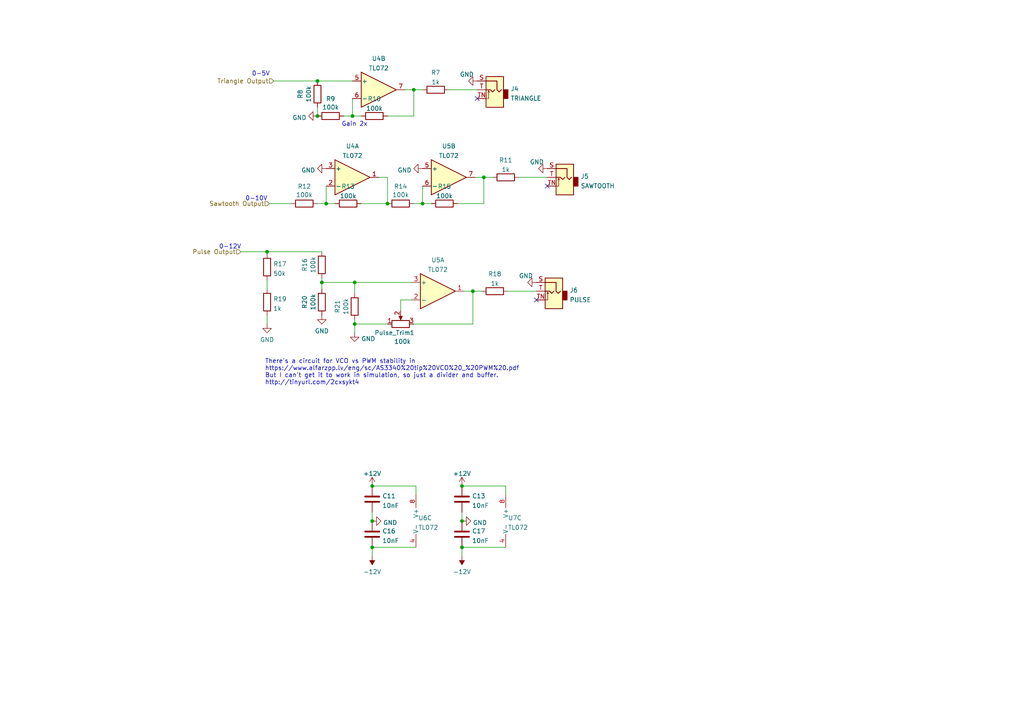
<source format=kicad_sch>
(kicad_sch (version 20211123) (generator eeschema)
  (paper "A4")
  (title_block (title "3340_VCO") (date "2022-07-02") (rev "0.1") (company "RobotDialogs"))
  (lib_symbols
    (symbol "Amplifier_Operational:TL072" (pin_names (offset 0.127))
      (property "Reference" "U" (at 0 5.08 0))
      (property "Value" "TL072" (at 0 -5.08 0))
      (symbol "TL072_1_1"
        (polyline (pts (xy -5.08 5.08) (xy 5.08 0) (xy -5.08 -5.08) (xy -5.08 5.08)) (stroke (width 0.254)) (fill (type background)))
        (pin output line (at 7.62 0 180) (length 2.54) (name "~") (number "1"))
        (pin input line (at -7.62 -2.54 0) (length 2.54) (name "-") (number "2"))
        (pin input line (at -7.62 2.54 0) (length 2.54) (name "+") (number "3"))
      )
      (symbol "TL072_2_1"
        (polyline (pts (xy -5.08 5.08) (xy 5.08 0) (xy -5.08 -5.08) (xy -5.08 5.08)) (stroke (width 0.254)) (fill (type background)))
        (pin input line (at -7.62 2.54 0) (length 2.54) (name "+") (number "5"))
        (pin input line (at -7.62 -2.54 0) (length 2.54) (name "-") (number "6"))
        (pin output line (at 7.62 0 180) (length 2.54) (name "~") (number "7"))
      )
      (symbol "TL072_3_1"
        (pin power_in line (at -2.54 -7.62 90) (length 3.81) (name "V-") (number "4"))
        (pin power_in line (at -2.54 7.62 270) (length 3.81) (name "V+") (number "8"))
      )
    )
    (symbol "Connector:AudioJack2_SwitchT"
      (property "Reference" "J" (at 0 8.89 0))
      (property "Value" "AudioJack2_SwitchT" (at 0 6.35 0))
      (symbol "AudioJack2_SwitchT_0_1"
        (rectangle (start -2.54 0) (end -3.81 -2.54) (stroke (width 0.254)) (fill (type outline)))
        (polyline (pts (xy 1.778 -0.254) (xy 2.032 -0.762)))
        (polyline (pts (xy 0 0) (xy 0.635 -0.635) (xy 1.27 0) (xy 2.54 0)) (stroke (width 0.254)))
        (polyline (pts (xy 2.54 -2.54) (xy 1.778 -2.54) (xy 1.778 -0.254) (xy 1.524 -0.762)))
        (polyline (pts (xy 2.54 2.54) (xy -0.635 2.54) (xy -0.635 0) (xy -1.27 -0.635) (xy -1.905 0)) (stroke (width 0.254)))
        (rectangle (start 2.54 3.81) (end -2.54 -5.08) (stroke (width 0.254)) (fill (type background)))
      )
      (symbol "AudioJack2_SwitchT_1_1"
        (pin passive line (at 5.08 2.54 180) (length 2.54) (name "~") (number "S"))
        (pin passive line (at 5.08 0 180) (length 2.54) (name "~") (number "T"))
        (pin passive line (at 5.08 -2.54 180) (length 2.54) (name "~") (number "TN"))
      )
    )
    (symbol "Device:C" (pin_numbers hide) (pin_names (offset 0.254))
      (property "Reference" "C" (at 0.635 2.54 0))
      (property "Value" "C" (at 0.635 -2.54 0))
      (symbol "C_0_1"
        (polyline (pts (xy -2.032 -0.762) (xy 2.032 -0.762)) (stroke (width 0.508)))
        (polyline (pts (xy -2.032 0.762) (xy 2.032 0.762)) (stroke (width 0.508)))
      )
      (symbol "C_1_1"
        (pin passive line (at 0 3.81 270) (length 2.794) (name "~") (number "1"))
        (pin passive line (at 0 -3.81 90) (length 2.794) (name "~") (number "2"))
      )
    )
    (symbol "Device:R" (pin_numbers hide) (pin_names (offset 0))
      (property "Reference" "R" (at 2.032 0 90))
      (property "Value" "R" (at 0 0 90))
      (symbol "R_0_1"
        (rectangle (start -1.016 -2.54) (end 1.016 2.54) (stroke (width 0.254)))
      )
      (symbol "R_1_1"
        (pin passive line (at 0 3.81 270) (length 1.27) (name "~") (number "1"))
        (pin passive line (at 0 -3.81 90) (length 1.27) (name "~") (number "2"))
      )
    )
    (symbol "Device:R_Potentiometer" (pin_names (offset 1.016) hide)
      (property "Reference" "RV" (at -4.445 0 90))
      (property "Value" "R_Potentiometer" (at -2.54 0 90))
      (symbol "R_Potentiometer_0_1"
        (polyline (pts (xy 2.54 0) (xy 1.524 0)))
        (polyline (pts (xy 1.143 0) (xy 2.286 0.508) (xy 2.286 -0.508) (xy 1.143 0)) (fill (type outline)))
        (rectangle (start 1.016 2.54) (end -1.016 -2.54) (stroke (width 0.254)))
      )
      (symbol "R_Potentiometer_1_1"
        (pin passive line (at 0 3.81 270) (length 1.27) (name "1") (number "1"))
        (pin passive line (at 3.81 0 180) (length 1.27) (name "2") (number "2"))
        (pin passive line (at 0 -3.81 90) (length 1.27) (name "3") (number "3"))
      )
    )
    (symbol "power:+12V" (power) (pin_names (offset 0))
      (property "Value" "+12V" (at 0 3.556 0))
      (symbol "+12V_0_1"
        (polyline (pts (xy -0.762 1.27) (xy 0 2.54)))
        (polyline (pts (xy 0 0) (xy 0 2.54)))
        (polyline (pts (xy 0 2.54) (xy 0.762 1.27)))
      )
      (symbol "+12V_1_1"
        (pin power_in line (at 0 0 90) (length 0) hide (name "+12V") (number "1"))
      )
    )
    (symbol "power:-12V" (power) (pin_names (offset 0))
      (property "Value" "-12V" (at 0 3.81 0))
      (symbol "-12V_0_0"
        (pin power_in line (at 0 0 90) (length 0) hide (name "-12V") (number "1"))
      )
      (symbol "-12V_0_1"
        (polyline (pts (xy 0 0) (xy 0 1.27) (xy 0.762 1.27) (xy 0 2.54) (xy -0.762 1.27) (xy 0 1.27)) (fill (type outline)))
      )
    )
    (symbol "power:GND" (power) (pin_names (offset 0))
      (property "Value" "GND" (at 0 -3.81 0))
      (symbol "GND_0_1"
        (polyline (pts (xy 0 0) (xy 0 -1.27) (xy 1.27 -1.27) (xy 0 -2.54) (xy -1.27 -1.27) (xy 0 -1.27)))
      )
      (symbol "GND_1_1"
        (pin power_in line (at 0 0 270) (length 0) hide (name "GND") (number "1"))
      )
    )
  )
  (junction (at 120.015 26.035))
  (junction (at 93.345 81.915))
  (junction (at 92.075 33.655))
  (junction (at 107.95 140.97))
  (junction (at 77.47 73.025))
  (junction (at 107.95 151.13))
  (junction (at 94.615 59.055))
  (junction (at 102.87 93.98))
  (junction (at 133.985 140.97))
  (junction (at 133.985 151.13))
  (junction (at 112.395 59.055))
  (junction (at 122.555 59.055))
  (junction (at 102.87 81.915))
  (junction (at 137.16 84.455))
  (junction (at 107.95 158.75))
  (junction (at 92.075 23.495))
  (junction (at 102.235 33.655))
  (junction (at 133.985 158.75))
  (junction (at 140.335 51.435))
  (no_connect (at 155.575 86.995))
  (no_connect (at 138.43 28.575))
  (no_connect (at 158.75 53.975))
  (wire (pts (xy 147.32 84.455) (xy 155.575 84.455)))
  (wire (pts (xy 117.475 26.035) (xy 120.015 26.035)))
  (wire (pts (xy 120.015 33.655) (xy 120.015 26.035)))
  (wire (pts (xy 112.395 93.98) (xy 102.87 93.98)))
  (wire (pts (xy 119.38 86.995) (xy 116.205 86.995)))
  (wire (pts (xy 99.695 33.655) (xy 102.235 33.655)))
  (wire (pts (xy 132.715 59.055) (xy 140.335 59.055)))
  (wire (pts (xy 77.47 81.28) (xy 77.47 83.82)))
  (wire (pts (xy 120.015 26.035) (xy 122.555 26.035)))
  (wire (pts (xy 120.015 59.055) (xy 122.555 59.055)))
  (wire (pts (xy 130.175 26.035) (xy 138.43 26.035)))
  (wire (pts (xy 140.335 59.055) (xy 140.335 51.435)))
  (wire (pts (xy 116.205 86.995) (xy 116.205 90.17)))
  (wire (pts (xy 107.95 140.97) (xy 120.65 140.97)))
  (wire (pts (xy 79.375 23.495) (xy 92.075 23.495)))
  (wire (pts (xy 93.345 80.645) (xy 93.345 81.915)))
  (wire (pts (xy 107.95 158.75) (xy 120.65 158.75)))
  (wire (pts (xy 133.985 140.97) (xy 146.685 140.97)))
  (wire (pts (xy 146.685 140.97) (xy 146.685 143.51)))
  (wire (pts (xy 137.16 84.455) (xy 137.16 93.98)))
  (wire (pts (xy 102.235 33.655) (xy 104.775 33.655)))
  (wire (pts (xy 69.85 73.025) (xy 77.47 73.025)))
  (wire (pts (xy 94.615 59.055) (xy 97.155 59.055)))
  (wire (pts (xy 133.985 148.59) (xy 133.985 151.13)))
  (wire (pts (xy 112.395 33.655) (xy 120.015 33.655)))
  (wire (pts (xy 120.015 93.98) (xy 137.16 93.98)))
  (wire (pts (xy 94.615 53.975) (xy 94.615 59.055)))
  (wire (pts (xy 102.87 92.71) (xy 102.87 93.98)))
  (wire (pts (xy 133.985 158.75) (xy 146.685 158.75)))
  (wire (pts (xy 102.235 28.575) (xy 102.235 33.655)))
  (wire (pts (xy 137.16 84.455) (xy 139.7 84.455)))
  (wire (pts (xy 122.555 53.975) (xy 122.555 59.055)))
  (wire (pts (xy 150.495 51.435) (xy 158.75 51.435)))
  (wire (pts (xy 93.345 81.915) (xy 93.345 83.82)))
  (wire (pts (xy 92.075 59.055) (xy 94.615 59.055)))
  (wire (pts (xy 92.075 23.495) (xy 102.235 23.495)))
  (wire (pts (xy 77.47 73.025) (xy 93.345 73.025)))
  (wire (pts (xy 140.335 51.435) (xy 142.875 51.435)))
  (wire (pts (xy 107.95 158.75) (xy 107.95 161.29)))
  (wire (pts (xy 77.47 73.025) (xy 77.47 73.66)))
  (wire (pts (xy 137.795 51.435) (xy 140.335 51.435)))
  (wire (pts (xy 107.95 148.59) (xy 107.95 151.13)))
  (wire (pts (xy 134.62 84.455) (xy 137.16 84.455)))
  (wire (pts (xy 104.775 59.055) (xy 112.395 59.055)))
  (wire (pts (xy 112.395 59.055) (xy 112.395 51.435)))
  (wire (pts (xy 78.105 59.055) (xy 84.455 59.055)))
  (wire (pts (xy 120.65 140.97) (xy 120.65 143.51)))
  (wire (pts (xy 92.075 31.115) (xy 92.075 33.655)))
  (wire (pts (xy 93.345 81.915) (xy 102.87 81.915)))
  (wire (pts (xy 102.87 93.98) (xy 102.87 96.52)))
  (wire (pts (xy 102.87 85.09) (xy 102.87 81.915)))
  (wire (pts (xy 109.855 51.435) (xy 112.395 51.435)))
  (wire (pts (xy 102.87 81.915) (xy 119.38 81.915)))
  (wire (pts (xy 133.985 158.75) (xy 133.985 161.29)))
  (wire (pts (xy 122.555 59.055) (xy 125.095 59.055)))
  (wire (pts (xy 77.47 93.98) (xy 77.47 91.44)))
  (text "0-12V" (at 63.5 72.39 0) (effects (font (size 1.27 1.27)) (justify left bottom)))
  (text "0-10V" (at 71.12 58.42 0) (effects (font (size 1.27 1.27)) (justify left bottom)))
  (text "There's a circuit for VCO vs PWM stability in\nhttps://www.alfarzpp.lv/eng/sc/AS3340%20tip%20VCO%20_%20PWM%20.pdf\nBut I can't get it to work in simulation, so just a divider and buffer.\nhttp://tinyurl.com/2cxsykt4" (at 76.835 111.76 0) (effects (font (size 1.27 1.27)) (justify left bottom)))
  (text "Gain 2x" (at 99.06 36.83 0) (effects (font (size 1.27 1.27)) (justify left bottom)))
  (text "0-5V" (at 73.025 22.225 0) (effects (font (size 1.27 1.27)) (justify left bottom)))
  (hierarchical_label "Sawtooth Output" (shape input) (at 78.105 59.055 180))
  (hierarchical_label "Pulse Output" (shape input) (at 69.85 73.025 180))
  (hierarchical_label "Triangle Output" (shape input) (at 79.375 23.495 180))
  (symbol (lib_id "Connector:AudioJack2_SwitchT") (at 163.83 51.435 0) (mirror y) (unit 1)
    (property "Reference" "J5" (at 168.402 51.1615 0) (effects (justify right)))
    (property "Value" "SAWTOOTH" (at 168.402 53.9366 0) (effects (justify right)))
    (property "Footprint" "My Stuff:Jack_3.5mm_MJ-355W_Vertical" (effects hide))
  )
  (symbol (lib_id "Device:R") (at 143.51 84.455 90) (unit 1)
    (property "Reference" "R18" (at 143.51 79.4725 90))
    (property "Value" "1k" (at 143.51 82.2476 90))
    (property "Footprint" "Resistor_SMD:R_1206_3216Metric_Pad1.30x1.75mm_HandSolder" (effects hide))
  )
  (symbol (lib_id "power:GND") (at 122.555 48.895 270) (unit 1)
    (property "Reference" "#PWR022" (effects hide))
    (property "Value" "GND" (at 119.3801 49.374 90) (effects (justify right)))
  )
  (symbol (lib_id "Amplifier_Operational:TL072") (at 123.19 151.13 0) (unit 3)
    (property "Reference" "U6" (at 121.285 150.2215 0) (effects (justify left)))
    (property "Value" "TL072" (at 121.285 152.9966 0) (effects (justify left)))
    (property "Footprint" "Package_DIP:DIP-8_W7.62mm_Socket_LongPads" (effects hide))
    (property "Datasheet" "http://www.ti.com/lit/ds/symlink/tl071.pdf" (effects hide))
  )
  (symbol (lib_id "power:GND") (at 93.345 91.44 0) (unit 1)
    (property "Reference" "#PWR025" (effects hide))
    (property "Value" "GND" (at 93.345 96.0025 0))
  )
  (symbol (lib_id "Device:R") (at 92.075 27.305 180) (unit 1)
    (property "Reference" "R8" (at 87.0925 27.305 90))
    (property "Value" "100k" (at 89.535 27.305 90))
    (property "Footprint" "Resistor_SMD:R_1206_3216Metric_Pad1.30x1.75mm_HandSolder" (effects hide))
  )
  (symbol (lib_id "Device:C") (at 133.985 144.78 0) (unit 1)
    (property "Reference" "C13" (at 136.906 143.8715 0) (effects (justify left)))
    (property "Value" "10nF" (at 136.906 146.6466 0) (effects (justify left)))
    (property "Footprint" "Capacitor_SMD:C_1206_3216Metric_Pad1.33x1.80mm_HandSolder" (effects hide))
  )
  (symbol (lib_id "Device:C") (at 107.95 144.78 0) (unit 1)
    (property "Reference" "C11" (at 110.871 143.8715 0) (effects (justify left)))
    (property "Value" "10nF" (at 110.871 146.6466 0) (effects (justify left)))
    (property "Footprint" "Capacitor_SMD:C_1206_3216Metric_Pad1.33x1.80mm_HandSolder" (effects hide))
  )
  (symbol (lib_id "Device:R") (at 146.685 51.435 90) (unit 1)
    (property "Reference" "R11" (at 146.685 46.4525 90))
    (property "Value" "1k" (at 146.685 49.2276 90))
    (property "Footprint" "Resistor_SMD:R_1206_3216Metric_Pad1.30x1.75mm_HandSolder" (effects hide))
  )
  (symbol (lib_id "Device:R") (at 126.365 26.035 90) (unit 1)
    (property "Reference" "R7" (at 126.365 21.0525 90))
    (property "Value" "1k" (at 126.365 23.8276 90))
    (property "Footprint" "Resistor_SMD:R_1206_3216Metric_Pad1.30x1.75mm_HandSolder" (effects hide))
  )
  (symbol (lib_id "power:GND") (at 94.615 48.895 270) (unit 1)
    (property "Reference" "#PWR021" (effects hide))
    (property "Value" "GND" (at 91.4401 49.374 90) (effects (justify right)))
  )
  (symbol (lib_id "Device:R") (at 88.265 59.055 90) (unit 1)
    (property "Reference" "R12" (at 88.265 54.0725 90))
    (property "Value" "100k" (at 88.265 56.515 90))
    (property "Footprint" "Resistor_SMD:R_1206_3216Metric_Pad1.30x1.75mm_HandSolder" (effects hide))
  )
  (symbol (lib_id "Device:R") (at 93.345 76.835 180) (unit 1)
    (property "Reference" "R16" (at 88.3625 76.835 90))
    (property "Value" "100k" (at 90.805 76.835 90))
    (property "Footprint" "Resistor_SMD:R_1206_3216Metric_Pad1.30x1.75mm_HandSolder" (effects hide))
  )
  (symbol (lib_id "Device:R") (at 95.885 33.655 90) (unit 1)
    (property "Reference" "R9" (at 95.885 28.6725 90))
    (property "Value" "100k" (at 95.885 31.115 90))
    (property "Footprint" "Resistor_SMD:R_1206_3216Metric_Pad1.30x1.75mm_HandSolder" (effects hide))
  )
  (symbol (lib_id "Amplifier_Operational:TL072") (at 149.225 151.13 0) (unit 3)
    (property "Reference" "U7" (at 147.32 150.2215 0) (effects (justify left)))
    (property "Value" "TL072" (at 147.32 152.9966 0) (effects (justify left)))
    (property "Footprint" "Package_DIP:DIP-8_W7.62mm_Socket_LongPads" (effects hide))
    (property "Datasheet" "http://www.ti.com/lit/ds/symlink/tl071.pdf" (effects hide))
  )
  (symbol (lib_id "power:GND") (at 155.575 81.915 270) (unit 1)
    (property "Reference" "#PWR024" (effects hide))
    (property "Value" "GND" (at 150.495 80.01 90) (effects (justify left)))
  )
  (symbol (lib_id "power:GND") (at 158.75 48.895 270) (unit 1)
    (property "Reference" "#PWR023" (effects hide))
    (property "Value" "GND" (at 153.67 46.99 90) (effects (justify left)))
  )
  (symbol (lib_id "Device:R") (at 108.585 33.655 90) (unit 1)
    (property "Reference" "R10" (at 108.585 28.6725 90))
    (property "Value" "100k" (at 108.585 31.4476 90))
    (property "Footprint" "Resistor_SMD:R_1206_3216Metric_Pad1.30x1.75mm_HandSolder" (effects hide))
  )
  (symbol (lib_id "power:-12V") (at 107.95 161.29 180) (unit 1)
    (property "Reference" "#PWR032" (effects hide))
    (property "Value" "-12V" (at 107.95 165.8525 0))
  )
  (symbol (lib_id "Connector:AudioJack2_SwitchT") (at 143.51 26.035 0) (mirror y) (unit 1)
    (property "Reference" "J4" (at 148.082 25.7615 0) (effects (justify right)))
    (property "Value" "TRIANGLE" (at 148.082 28.5366 0) (effects (justify right)))
    (property "Footprint" "My Stuff:Jack_3.5mm_MJ-355W_Vertical" (effects hide))
  )
  (symbol (lib_id "Device:C") (at 107.95 154.94 0) (unit 1)
    (property "Reference" "C16" (at 110.871 154.0315 0) (effects (justify left)))
    (property "Value" "10nF" (at 110.871 156.8066 0) (effects (justify left)))
    (property "Footprint" "Capacitor_SMD:C_1206_3216Metric_Pad1.33x1.80mm_HandSolder" (effects hide))
  )
  (symbol (lib_id "Device:R_Potentiometer") (at 116.205 93.98 90) (unit 1)
    (property "Reference" "Pulse_Trim1" (at 108.585 96.52 90) (effects (justify right)))
    (property "Value" "100k" (at 114.3 99.06 90) (effects (justify right)))
    (property "Footprint" "Potentiometer_THT:Potentiometer_Bourns_3296W_Vertical" (effects hide))
  )
  (symbol (lib_id "Device:R") (at 116.205 59.055 90) (unit 1)
    (property "Reference" "R14" (at 116.205 54.0725 90))
    (property "Value" "100k" (at 116.205 56.515 90))
    (property "Footprint" "Resistor_SMD:R_1206_3216Metric_Pad1.30x1.75mm_HandSolder" (effects hide))
  )
  (symbol (lib_id "Device:R") (at 77.47 87.63 0) (unit 1)
    (property "Reference" "R19" (at 79.248 86.7215 0) (effects (justify left)))
    (property "Value" "1k" (at 79.248 89.4966 0) (effects (justify left)))
    (property "Footprint" "Resistor_SMD:R_1206_3216Metric_Pad1.30x1.75mm_HandSolder" (effects hide))
  )
  (symbol (lib_id "power:GND") (at 92.075 33.655 270) (unit 1)
    (property "Reference" "#PWR020" (effects hide))
    (property "Value" "GND" (at 88.9001 34.134 90) (effects (justify right)))
  )
  (symbol (lib_id "power:GND") (at 107.95 151.13 90) (unit 1)
    (property "Reference" "#PWR030" (effects hide))
    (property "Value" "GND" (at 111.125 151.609 90) (effects (justify right)))
  )
  (symbol (lib_id "Connector:AudioJack2_SwitchT") (at 160.655 84.455 0) (mirror y) (unit 1)
    (property "Reference" "J6" (at 165.227 84.1815 0) (effects (justify right)))
    (property "Value" "PULSE" (at 165.227 86.9566 0) (effects (justify right)))
    (property "Footprint" "My Stuff:Jack_3.5mm_MJ-355W_Vertical" (effects hide))
  )
  (symbol (lib_id "power:-12V") (at 133.985 161.29 180) (unit 1)
    (property "Reference" "#PWR033" (effects hide))
    (property "Value" "-12V" (at 133.985 165.8525 0))
  )
  (symbol (lib_id "Amplifier_Operational:TL072") (at 130.175 51.435 0) (unit 2)
    (property "Reference" "U5" (at 130.175 42.3885 0))
    (property "Value" "TL072" (at 130.175 45.1636 0))
    (property "Footprint" "Package_DIP:DIP-8_W7.62mm_Socket_LongPads" (effects hide))
    (property "Datasheet" "http://www.ti.com/lit/ds/symlink/tl071.pdf" (effects hide))
  )
  (symbol (lib_id "power:GND") (at 133.985 151.13 90) (unit 1)
    (property "Reference" "#PWR031" (effects hide))
    (property "Value" "GND" (at 137.16 151.609 90) (effects (justify right)))
  )
  (symbol (lib_id "power:GND") (at 77.47 93.98 0) (unit 1)
    (property "Reference" "#PWR026" (effects hide))
    (property "Value" "GND" (at 77.47 98.5425 0))
  )
  (symbol (lib_id "power:GND") (at 138.43 23.495 270) (unit 1)
    (property "Reference" "#PWR019" (effects hide))
    (property "Value" "GND" (at 133.35 21.59 90) (effects (justify left)))
  )
  (symbol (lib_id "Device:R") (at 93.345 87.63 180) (unit 1)
    (property "Reference" "R20" (at 88.3625 87.63 90))
    (property "Value" "100k" (at 90.805 87.63 90))
    (property "Footprint" "Resistor_SMD:R_1206_3216Metric_Pad1.30x1.75mm_HandSolder" (effects hide))
  )
  (symbol (lib_id "Amplifier_Operational:TL072") (at 127 84.455 0) (unit 1)
    (property "Reference" "U5" (at 127 75.4085 0))
    (property "Value" "TL072" (at 127 78.1836 0))
    (property "Footprint" "Package_DIP:DIP-8_W7.62mm_Socket_LongPads" (effects hide))
    (property "Datasheet" "http://www.ti.com/lit/ds/symlink/tl071.pdf" (effects hide))
  )
  (symbol (lib_id "power:GND") (at 102.87 96.52 0) (unit 1)
    (property "Reference" "#PWR027" (effects hide))
    (property "Value" "GND" (at 104.775 98.269 0) (effects (justify left)))
  )
  (symbol (lib_id "Amplifier_Operational:TL072") (at 109.855 26.035 0) (unit 2)
    (property "Reference" "U4" (at 109.855 16.9885 0))
    (property "Value" "TL072" (at 109.855 19.7636 0))
    (property "Footprint" "Package_DIP:DIP-8_W7.62mm_Socket_LongPads" (effects hide))
    (property "Datasheet" "http://www.ti.com/lit/ds/symlink/tl071.pdf" (effects hide))
  )
  (symbol (lib_id "power:+12V") (at 133.985 140.97 0) (unit 1)
    (property "Reference" "#PWR029" (effects hide))
    (property "Value" "+12V" (at 133.985 137.3655 0))
  )
  (symbol (lib_id "Device:R") (at 128.905 59.055 90) (unit 1)
    (property "Reference" "R15" (at 128.905 54.0725 90))
    (property "Value" "100k" (at 128.905 56.8476 90))
    (property "Footprint" "Resistor_SMD:R_1206_3216Metric_Pad1.30x1.75mm_HandSolder" (effects hide))
  )
  (symbol (lib_id "Amplifier_Operational:TL072") (at 102.235 51.435 0) (unit 1)
    (property "Reference" "U4" (at 102.235 42.3885 0))
    (property "Value" "TL072" (at 102.235 45.1636 0))
    (property "Footprint" "Package_DIP:DIP-8_W7.62mm_Socket_LongPads" (effects hide))
    (property "Datasheet" "http://www.ti.com/lit/ds/symlink/tl071.pdf" (effects hide))
  )
  (symbol (lib_id "Device:R") (at 100.965 59.055 90) (unit 1)
    (property "Reference" "R13" (at 100.965 54.0725 90))
    (property "Value" "100k" (at 100.965 56.8476 90))
    (property "Footprint" "Resistor_SMD:R_1206_3216Metric_Pad1.30x1.75mm_HandSolder" (effects hide))
  )
  (symbol (lib_id "Device:R") (at 102.87 88.9 180) (unit 1)
    (property "Reference" "R21" (at 97.8875 88.9 90))
    (property "Value" "100k" (at 100.33 88.9 90))
    (property "Footprint" "Resistor_SMD:R_1206_3216Metric_Pad1.30x1.75mm_HandSolder" (effects hide))
  )
  (symbol (lib_id "power:+12V") (at 107.95 140.97 0) (unit 1)
    (property "Reference" "#PWR028" (effects hide))
    (property "Value" "+12V" (at 107.95 137.3655 0))
  )
  (symbol (lib_id "Device:C") (at 133.985 154.94 0) (unit 1)
    (property "Reference" "C17" (at 136.906 154.0315 0) (effects (justify left)))
    (property "Value" "10nF" (at 136.906 156.8066 0) (effects (justify left)))
    (property "Footprint" "Capacitor_SMD:C_1206_3216Metric_Pad1.33x1.80mm_HandSolder" (effects hide))
  )
  (symbol (lib_id "Device:R") (at 77.47 77.47 0) (unit 1)
    (property "Reference" "R17" (at 79.248 76.5615 0) (effects (justify left)))
    (property "Value" "50k" (at 79.248 79.3366 0) (effects (justify left)))
    (property "Footprint" "Resistor_SMD:R_1206_3216Metric_Pad1.30x1.75mm_HandSolder" (effects hide))
  )
)
</source>
